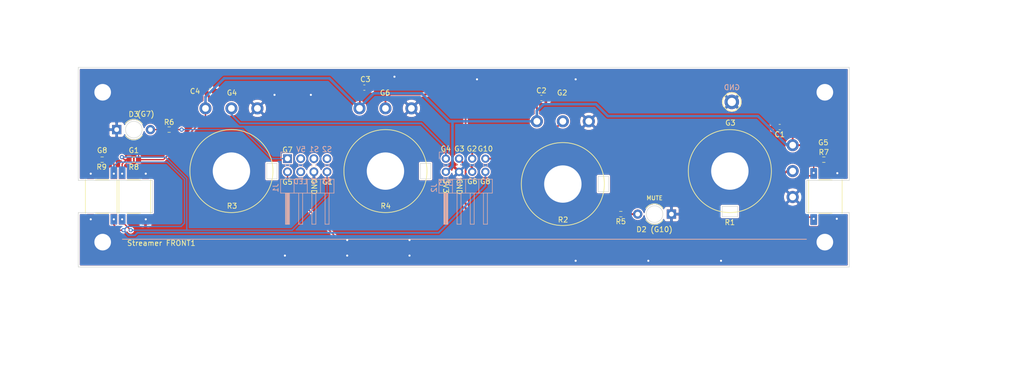
<source format=kicad_pcb>
(kicad_pcb (version 20211014) (generator pcbnew)
  (layers (0 "F.Cu" signal) (31 "B.Cu" signal) (34 "B.Paste" user) (35 "F.Paste" user) (36 "B.SilkS" user "B.Silkscreen") (37 "F.SilkS" user "F.Silkscreen") (38 "B.Mask" user) (39 "F.Mask" user) (44 "Edge.Cuts" user))
  (net 0 "")
  (net 1 "GND")
  (net 2 "Net-(D2-Pad2)")
  (net 3 "Net-(D3-Pad2)")
  (net 4 "VDD")
  (net 5 "5V")
  (net 6 "GPIO5_MUTE")
  (net 7 "Net-(J1-Pad4)")
  (net 8 "Net-(J1-Pad5)")
  (net 9 "Net-(J1-Pad7)")
  (net 10 "GPIO1_COMP")
  (net 11 "GPIO4_BASS")
  (net 12 "GPIO3_VOL")
  (net 13 "GPIO2_BAL")
  (net 14 "GPIO6_TREBLE")
  (net 15 "GPIO10\\LED_MUTE")
  (net 16 "GPIO8_SBASS")
  (net 17 "GPIO7\\LED_COMP")
  (footprint "LED_THT:LED_D3.0mm" (layer "F.Cu") (at 174.45 92 180)
    (fp_text reference "D2 (G10)" (at 1.27 -2.96) (layer "F.SilkS"))
    (fp_text value "LED")
    (fp_line (start -0.29 -1.236) (end -0.29 -1.08) (layer "F.SilkS") (width 0.12))
    (fp_line (start -0.29 1.08) (end -0.29 1.236) (layer "F.SilkS") (width 0.12))
    (fp_arc (start 2.942335 1.078608) (mid 1.366487 1.987659) (end -0.29 1.235516) (layer "F.SilkS") (width 0.12))
    (fp_arc (start -0.29 -1.235516) (mid 1.366487 -1.987659) (end 2.942335 -1.078608) (layer "F.SilkS") (width 0.12))
    (pad "1" thru_hole rect locked (at -2 0 180) (size 1.8 1.8) (drill 0.9) (layers *.Cu *.Mask) (net 1 "GND"))
    (pad "2" thru_hole circle locked (at 4.5 0 180) (size 1.8 1.8) (drill 0.9) (layers *.Cu *.Mask) (net 2 "Net-(D2-Pad2)"))
  )
  (footprint "Resistor_SMD:R_0603_1608Metric_Pad0.98x0.95mm_HandSolder" (layer "F.Cu") (at 166.7 92 180)
    (fp_text reference "R5" (at 0 -1.43) (layer "F.SilkS"))
    (fp_text value "560R")
    (fp_line (start -0.254724 -0.5225) (end 0.254724 -0.5225) (layer "F.SilkS") (width 0.12))
    (fp_line (start -0.254724 0.5225) (end 0.254724 0.5225) (layer "F.SilkS") (width 0.12))
    (pad "1" smd roundrect locked (at -0.9125 0 180) (size 0.975 0.95) (layers "F.Cu" "F.Paste" "F.Mask") (net 2 "Net-(D2-Pad2)"))
    (pad "2" smd roundrect locked (at 0.9125 0 180) (size 0.975 0.95) (layers "F.Cu" "F.Paste" "F.Mask") (net 15 "GPIO10\\LED_MUTE"))
  )
  (footprint "Capacitor_SMD:C_0603_1608Metric_Pad1.08x0.95mm_HandSolder" (layer "F.Cu") (at 197.3 75.2 180)
    (fp_text reference "C1" (at 0 -1.43) (layer "F.SilkS"))
    (fp_text value "0.1")
    (fp_line (start -0.146267 0.51) (end 0.146267 0.51) (layer "F.SilkS") (width 0.12))
    (fp_line (start -0.146267 -0.51) (end 0.146267 -0.51) (layer "F.SilkS") (width 0.12))
    (pad "1" smd roundrect locked (at -0.8625 0 180) (size 1.075 0.95) (layers "F.Cu" "F.Paste" "F.Mask") (net 4 "VDD"))
    (pad "2" smd roundrect locked (at 0.8625 0 180) (size 1.075 0.95) (layers "F.Cu" "F.Paste" "F.Mask") (net 1 "GND"))
  )
  (footprint "Capacitor_SMD:C_0603_1608Metric_Pad1.08x0.95mm_HandSolder" (layer "F.Cu") (at 151.4 69.6)
    (fp_text reference "C2" (at 0 -1.43 180) (layer "F.SilkS"))
    (fp_text value "0.1")
    (fp_line (start -0.146267 0.51) (end 0.146267 0.51) (layer "F.SilkS") (width 0.12))
    (fp_line (start -0.146267 -0.51) (end 0.146267 -0.51) (layer "F.SilkS") (width 0.12))
    (pad "1" smd roundrect locked (at -0.8625 0) (size 1.075 0.95) (layers "F.Cu" "F.Paste" "F.Mask") (net 4 "VDD"))
    (pad "2" smd roundrect locked (at 0.8625 0) (size 1.075 0.95) (layers "F.Cu" "F.Paste" "F.Mask") (net 1 "GND"))
  )
  (footprint "Capacitor_SMD:C_0603_1608Metric_Pad1.08x0.95mm_HandSolder" (layer "F.Cu") (at 117.3 67.6)
    (fp_text reference "C3" (at 0.2 -1.6) (layer "F.SilkS"))
    (fp_text value "0.1")
    (fp_line (start -0.146267 0.51) (end 0.146267 0.51) (layer "F.SilkS") (width 0.12))
    (fp_line (start -0.146267 -0.51) (end 0.146267 -0.51) (layer "F.SilkS") (width 0.12))
    (pad "1" smd roundrect locked (at -0.8625 0) (size 1.075 0.95) (layers "F.Cu" "F.Paste" "F.Mask") (net 4 "VDD"))
    (pad "2" smd roundrect locked (at 0.8625 0) (size 1.075 0.95) (layers "F.Cu" "F.Paste" "F.Mask") (net 1 "GND"))
  )
  (footprint "Capacitor_SMD:C_0603_1608Metric_Pad1.08x0.95mm_HandSolder" (layer "F.Cu") (at 87.6 68.3)
    (fp_text reference "C4" (at -2.9 0) (layer "F.SilkS"))
    (fp_text value "0.1")
    (fp_line (start -0.146267 0.51) (end 0.146267 0.51) (layer "F.SilkS") (width 0.12))
    (fp_line (start -0.146267 -0.51) (end 0.146267 -0.51) (layer "F.SilkS") (width 0.12))
    (pad "1" smd roundrect locked (at -0.8625 0) (size 1.075 0.95) (layers "F.Cu" "F.Paste" "F.Mask") (net 4 "VDD"))
    (pad "2" smd roundrect locked (at 0.8625 0) (size 1.075 0.95) (layers "F.Cu" "F.Paste" "F.Mask") (net 1 "GND"))
  )
  (footprint "Potentiometer_THT:Potentiometer_Piher_PC-16_Single_Vertical" (layer "F.Cu") (at 187.7 83.7 180)
    (fp_text reference "R1" (at 0 -9.9) (layer "F.SilkS"))
    (fp_text value "R_POT_TRIM")
    (fp_circle (center 0 0) (end 0 -8) (layer "F.SilkS") (width 0.15) (fill none))
    (pad "1" thru_hole circle locked (at -12.1 5 180) (size 2.34 2.34) (drill 1.3) (layers *.Cu *.Mask) (net 4 "VDD"))
    (pad "2" thru_hole circle locked (at -12.1 0 180) (size 2.34 2.34) (drill 1.3) (layers *.Cu *.Mask) (net 12 "GPIO3_VOL"))
    (pad "3" thru_hole circle locked (at -12.1 -5 180) (size 2.34 2.34) (drill 1.3) (layers *.Cu *.Mask) (net 1 "GND"))
    (pad "3" thru_hole circle locked (at 0 0 180) (size 11 11) (drill 7.2) (layers *.Cu *.Mask) (net 1 "GND"))
  )
  (footprint "Potentiometer_THT:Potentiometer_Piher_PC-16_Single_Vertical" (layer "F.Cu") (at 155.533332 86.2 -90)
    (fp_text reference "R2" (at 6.891 -0.041668 180) (layer "F.SilkS"))
    (fp_text value "R_POT_TRIM")
    (fp_circle (center 0 0) (end 0 -8) (layer "F.SilkS") (width 0.15) (fill none))
    (pad "1" thru_hole circle locked (at -12.1 5 270) (size 2.34 2.34) (drill 1.3) (layers *.Cu *.Mask) (net 4 "VDD"))
    (pad "2" thru_hole circle locked (at -12.1 0 270) (size 2.34 2.34) (drill 1.3) (layers *.Cu *.Mask) (net 13 "GPIO2_BAL"))
    (pad "3" thru_hole circle locked (at -12.1 -5 270) (size 2.34 2.34) (drill 1.3) (layers *.Cu *.Mask) (net 1 "GND"))
    (pad "3" thru_hole circle locked (at 0 0 270) (size 11 11) (drill 7.2) (layers *.Cu *.Mask) (net 1 "GND"))
  )
  (footprint "Potentiometer_THT:Potentiometer_Piher_PC-16_Single_Vertical" (layer "F.Cu") (at 91.7 83.7 -90)
    (fp_text reference "R3" (at 6.724 -0.121 180) (layer "F.SilkS"))
    (fp_text value "R_POT_TRIM")
    (fp_circle (center 0 0) (end 8 0) (layer "F.SilkS") (width 0.15) (fill none))
    (pad "1" thru_hole circle locked (at -12.1 5 270) (size 2.34 2.34) (drill 1.3) (layers *.Cu *.Mask) (net 4 "VDD"))
    (pad "2" thru_hole circle locked (at -12.1 0 270) (size 2.34 2.34) (drill 1.3) (layers *.Cu *.Mask) (net 11 "GPIO4_BASS"))
    (pad "3" thru_hole circle locked (at -12.1 -5 270) (size 2.34 2.34) (drill 1.3) (layers *.Cu *.Mask) (net 1 "GND"))
    (pad "3" thru_hole circle locked (at 0 0 270) (size 11 11) (drill 7.2) (layers *.Cu *.Mask) (net 1 "GND"))
  )
  (footprint "Potentiometer_THT:Potentiometer_Piher_PC-16_Single_Vertical" (layer "F.Cu") (at 121.366666 83.7 -90)
    (fp_text reference "R4" (at 6.724 -0.045334) (layer "F.SilkS"))
    (fp_text value "R_POT_TRIM")
    (fp_circle (center 0 0) (end 8 0) (layer "F.SilkS") (width 0.15) (fill none))
    (pad "1" thru_hole circle locked (at -12.1 5 270) (size 2.34 2.34) (drill 1.3) (layers *.Cu *.Mask) (net 4 "VDD"))
    (pad "2" thru_hole circle locked (at -12.1 0 270) (size 2.34 2.34) (drill 1.3) (layers *.Cu *.Mask) (net 14 "GPIO6_TREBLE"))
    (pad "3" thru_hole circle locked (at 0 0 270) (size 11 11) (drill 7.2) (layers *.Cu *.Mask) (net 1 "GND"))
    (pad "3" thru_hole circle locked (at -12.1 -5 270) (size 2.34 2.34) (drill 1.3) (layers *.Cu *.Mask) (net 1 "GND"))
  )
  (footprint "TestPoint:TestPoint_Keystone_5005-5009_Compact" (layer "F.Cu") (at 188.075 70.358)
    (fp_text reference "REF**" hide)
    (fp_text value "TestPoint_Keystone_5005-5009_Compact")
    (fp_circle (center 0 0) (end 1.75 0) (layer "F.SilkS") (width 0.15) (fill none))
    (pad "1" thru_hole circle locked (at 0 0) (size 2.8 2.8) (drill 1.6) (layers *.Cu *.Mask) (net 1 "GND"))
  )
  (footprint "Buttons_Switches_SMD:SW_SPST_PTS645" (layer "F.Cu") (at 72.9 88.6 -90)
    (fp_text reference "SW2" hide)
    (fp_text value "SW_Push_Dual")
    (fp_line (start 3.23 -1.3) (end 3.23 1.3) (layer "F.SilkS") (width 0.12))
    (fp_line (start -3.23 -1.3) (end -3.23 1.3) (layer "F.SilkS") (width 0.12))
    (fp_line (start -3.23 -3.23) (end 3.23 -3.23) (layer "F.SilkS") (width 0.12))
    (fp_line (start -3.23 -3.2) (end -3.23 -3.23) (layer "F.SilkS") (width 0.12))
    (fp_line (start -3.23 3.23) (end -3.23 3.2) (layer "F.SilkS") (width 0.12))
    (fp_line (start 3.23 3.23) (end 3.23 3.2) (layer "F.SilkS") (width 0.12))
    (fp_line (start 3.23 -3.23) (end 3.23 -3.2) (layer "F.SilkS") (width 0.12))
    (fp_line (start -3.23 3.23) (end 3.23 3.23) (layer "F.SilkS") (width 0.12))
    (pad "1" smd rect locked (at 4.43 -2.25 270) (size 2 1.3) (layers "F.Cu" "F.Paste" "F.Mask") (net 1 "GND"))
    (pad "1" smd rect locked (at -4.38 -2.25 270) (size 2 1.3) (layers "F.Cu" "F.Paste" "F.Mask") (net 1 "GND"))
    (pad "2" smd rect locked (at -4.38 2.25 270) (size 2 1.3) (layers "F.Cu" "F.Paste" "F.Mask") (net 10 "GPIO1_COMP"))
    (pad "2" smd rect locked (at 4.43 2.25 270) (size 2 1.3) (layers "F.Cu" "F.Paste" "F.Mask") (net 10 "GPIO1_COMP"))
  )
  (footprint "Buttons_Switches_SMD:SW_SPST_PTS645" (layer "F.Cu") (at 66.8 88.6 90)
    (fp_text reference "SW3" hide)
    (fp_text value "SW_Push_Dual")
    (fp_line (start 3.23 3.23) (end 3.23 3.2) (layer "F.SilkS") (width 0.12))
    (fp_line (start -3.23 -3.23) (end 3.23 -3.23) (layer "F.SilkS") (width 0.12))
    (fp_line (start 3.23 -3.23) (end 3.23 -3.2) (layer "F.SilkS") (width 0.12))
    (fp_line (start -3.23 -1.3) (end -3.23 1.3) (layer "F.SilkS") (width 0.12))
    (fp_line (start -3.23 3.23) (end 3.23 3.23) (layer "F.SilkS") (width 0.12))
    (fp_line (start -3.23 -3.2) (end -3.23 -3.23) (layer "F.SilkS") (width 0.12))
    (fp_line (start -3.23 3.23) (end -3.23 3.2) (layer "F.SilkS") (width 0.12))
    (fp_line (start 3.23 -1.3) (end 3.23 1.3) (layer "F.SilkS") (width 0.12))
    (pad "1" smd rect locked (at -4.38 -2.25 90) (size 2 1.3) (layers "F.Cu" "F.Paste" "F.Mask") (net 1 "GND"))
    (pad "1" smd rect locked (at 4.38 -2.25 90) (size 2 1.3) (layers "F.Cu" "F.Paste" "F.Mask") (net 1 "GND"))
    (pad "2" smd rect locked (at -4.38 2.25 90) (size 2 1.3) (layers "F.Cu" "F.Paste" "F.Mask") (net 16 "GPIO8_SBASS"))
    (pad "2" smd rect locked (at 4.38 2.25 90) (size 2 1.3) (layers "F.Cu" "F.Paste" "F.Mask") (net 16 "GPIO8_SBASS"))
  )
  (footprint "Resistor_SMD:R_0603_1608Metric_Pad0.98x0.95mm_HandSolder" (layer "F.Cu") (at 205.8 81.5)
    (fp_text reference "R7" (at 0 -1.43) (layer "F.SilkS"))
    (fp_text value "10k")
    (fp_line (start -0.254724 0.5225) (end 0.254724 0.5225) (layer "F.SilkS") (width 0.12))
    (fp_line (start -0.254724 -0.5225) (end 0.254724 -0.5225) (layer "F.SilkS") (width 0.12))
    (pad "1" smd roundrect locked (at -0.9125 0) (size 0.975 0.95) (layers "F.Cu" "F.Paste" "F.Mask") (net 6 "GPIO5_MUTE"))
    (pad "2" smd roundrect locked (at 0.9125 0) (size 0.975 0.95) (layers "F.Cu" "F.Paste" "F.Mask") (net 4 "VDD"))
  )
  (footprint "Resistor_SMD:R_0603_1608Metric_Pad0.98x0.95mm_HandSolder" (layer "F.Cu") (at 72.9 81.5 180)
    (fp_text reference "R8" (at 0 -1.43) (layer "F.SilkS"))
    (fp_text value "10k")
    (fp_line (start -0.254724 0.5225) (end 0.254724 0.5225) (layer "F.SilkS") (width 0.12))
    (fp_line (start -0.254724 -0.5225) (end 0.254724 -0.5225) (layer "F.SilkS") (width 0.12))
    (pad "1" smd roundrect locked (at -0.9125 0 180) (size 0.975 0.95) (layers "F.Cu" "F.Paste" "F.Mask") (net 4 "VDD"))
    (pad "2" smd roundrect locked (at 0.9125 0 180) (size 0.975 0.95) (layers "F.Cu" "F.Paste" "F.Mask") (net 10 "GPIO1_COMP"))
  )
  (footprint "Resistor_SMD:R_0603_1608Metric_Pad0.98x0.95mm_HandSolder" (layer "F.Cu") (at 66.8 81.5)
    (fp_text reference "R9" (at -0.1 1.4) (layer "F.SilkS"))
    (fp_text value "10k")
    (fp_line (start -0.254724 -0.5225) (end 0.254724 -0.5225) (layer "F.SilkS") (width 0.12))
    (fp_line (start -0.254724 0.5225) (end 0.254724 0.5225) (layer "F.SilkS") (width 0.12))
    (pad "1" smd roundrect locked (at -0.9125 0) (size 0.975 0.95) (layers "F.Cu" "F.Paste" "F.Mask") (net 4 "VDD"))
    (pad "2" smd roundrect locked (at 0.9125 0) (size 0.975 0.95) (layers "F.Cu" "F.Paste" "F.Mask") (net 16 "GPIO8_SBASS"))
  )
  (footprint "Buttons_Switches_SMD:SW_SPST_PTS645" (layer "F.Cu") (at 206.1 88.6 -90)
    (fp_text reference "SW1" hide)
    (fp_text value "SW_Push_Dual")
    (fp_line (start -3.23 -3.2) (end -3.23 -3.23) (layer "F.SilkS") (width 0.12))
    (fp_line (start 3.23 -3.23) (end 3.23 -3.2) (layer "F.SilkS") (width 0.12))
    (fp_line (start -3.23 -1.3) (end -3.23 1.3) (layer "F.SilkS") (width 0.12))
    (fp_line (start 3.23 -1.3) (end 3.23 1.3) (layer "F.SilkS") (width 0.12))
    (fp_line (start -3.23 -3.23) (end 3.23 -3.23) (layer "F.SilkS") (width 0.12))
    (fp_line (start -3.23 3.23) (end 3.23 3.23) (layer "F.SilkS") (width 0.12))
    (fp_line (start -3.23 3.23) (end -3.23 3.2) (layer "F.SilkS") (width 0.12))
    (fp_line (start 3.23 3.23) (end 3.23 3.2) (layer "F.SilkS") (width 0.12))
    (pad "1" smd rect locked (at 4.45 -2.25 270) (size 2 1.3) (layers "F.Cu" "F.Paste" "F.Mask") (net 1 "GND"))
    (pad "1" smd rect locked (at -4.45 -2.25 270) (size 2 1.3) (layers "F.Cu" "F.Paste" "F.Mask") (net 1 "GND"))
    (pad "2" smd rect locked (at -4.45 2.25 270) (size 2 1.3) (layers "F.Cu" "F.Paste" "F.Mask") (net 6 "GPIO5_MUTE"))
    (pad "2" smd rect locked (at 4.45 2.25 270) (size 2 1.3) (layers "F.Cu" "F.Paste" "F.Mask") (net 6 "GPIO5_MUTE"))
  )
  (footprint "Resistor_SMD:R_0603_1608Metric_Pad0.98x0.95mm_HandSolder" (layer "F.Cu") (at 79.7 75.7)
    (fp_text reference "R6" (at 0 -1.43) (layer "F.SilkS"))
    (fp_text value "560R")
    (fp_line (start -0.254724 -0.5225) (end 0.254724 -0.5225) (layer "F.SilkS") (width 0.12))
    (fp_line (start -0.254724 0.5225) (end 0.254724 0.5225) (layer "F.SilkS") (width 0.12))
    (pad "1" smd roundrect locked (at -0.9125 0) (size 0.975 0.95) (layers "F.Cu" "F.Paste" "F.Mask") (net 3 "Net-(D3-Pad2)"))
    (pad "2" smd roundrect locked (at 0.9125 0) (size 0.975 0.95) (layers "F.Cu" "F.Paste" "F.Mask") (net 17 "GPIO7\\LED_COMP"))
  )
  (footprint "LED_THT:LED_D3.0mm" (layer "F.Cu") (at 71.6 75.7)
    (fp_text reference "D3" (at 1.27 -2.96) (layer "F.SilkS"))
    (fp_text value "LED")
    (fp_line (start -0.29 -1.236) (end -0.29 -1.08) (layer "F.SilkS") (width 0.12))
    (fp_line (start -0.29 1.08) (end -0.29 1.236) (layer "F.SilkS") (width 0.12))
    (fp_arc (start -0.29 -1.235516) (mid 1.366487 -1.987659) (end 2.942335 -1.078608) (layer "F.SilkS") (width 0.12))
    (fp_arc (start 2.942335 1.078608) (mid 1.366487 1.987659) (end -0.29 1.235516) (layer "F.SilkS") (width 0.12))
    (pad "1" thru_hole rect locked (at -2 0) (size 1.8 1.8) (drill 0.9) (layers *.Cu *.Mask) (net 1 "GND"))
    (pad "2" thru_hole circle locked (at 4.5 0) (size 1.8 1.8) (drill 0.9) (layers *.Cu *.Mask) (net 3 "Net-(D3-Pad2)"))
  )
  (footprint "MountingHole:MountingHole_3.2mm_M3" (layer "B.Cu") (at 206 97.4)
    (fp_text reference "REF**" hide)
    (fp_text value "MountingHole_3.2mm_M3" hide)
    (pad "1" thru_hole circle locked (at 0 0) (size 4.5 4.5) (drill 3.2) (layers *.Cu *.Mask) (net 1 "GND"))
  )
  (footprint "MountingHole:MountingHole_3.2mm_M3" (layer "B.Cu") (at 206 68.5)
    (fp_text reference "REF**" hide)
    (fp_text value "MountingHole_3.2mm_M3" hide)
    (pad "1" thru_hole circle locked (at 0 0) (size 4.5 4.5) (drill 3.2) (layers *.Cu *.Mask) (net 1 "GND"))
  )
  (footprint "MountingHole:MountingHole_3.2mm_M3" (layer "B.Cu") (at 66.9 97.4)
    (fp_text reference "REF**" hide)
    (fp_text value "MountingHole_3.2mm_M3" hide)
    (pad "1" thru_hole circle locked (at 0 0) (size 4.5 4.5) (drill 3.2) (layers *.Cu *.Mask) (net 1 "GND"))
  )
  (footprint "Connector_PinHeader_2.54mm:PinHeader_2x04_P2.54mm_Horizontal" (layer "B.Cu") (at 133 81.3 -90)
    (fp_text reference "J2" (at 5.655 2.27 90) (layer "B.SilkS") (effects (justify mirror)))
    (fp_text value "Conn_02x04_Odd_Even")
    (fp_line (start 3.582929 -2.16) (end 3.98 -2.16) (layer "B.SilkS") (width 0.12))
    (fp_line (start 6.64 -2.16) (end 12.64 -2.16) (layer "B.SilkS") (width 0.12))
    (fp_line (start 6.64 -0.04) (end 12.64 -0.04) (layer "B.SilkS") (width 0.12))
    (fp_line (start 1.11 -0.38) (end 1.497071 -0.38) (layer "B.SilkS") (width 0.12))
    (fp_line (start 6.64 0.38) (end 12.64 0.38) (layer "B.SilkS") (width 0.12))
    (fp_line (start 6.64 -0.16) (end 12.64 -0.16) (layer "B.SilkS") (width 0.12))
    (fp_line (start 1.11 0.38) (end 1.497071 0.38) (layer "B.SilkS") (width 0.12))
    (fp_line (start 12.64 -7.24) (end 12.64 -8) (layer "B.SilkS") (width 0.12))
    (fp_line (start 3.582929 -8) (end 3.98 -8) (layer "B.SilkS") (width 0.12))
    (fp_line (start 1.042929 -2.16) (end 1.497071 -2.16) (layer "B.SilkS") (width 0.12))
    (fp_line (start 12.64 -5.46) (end 6.64 -5.46) (layer "B.SilkS") (width 0.12))
    (fp_line (start 1.042929 -7.24) (end 1.497071 -7.24) (layer "B.SilkS") (width 0.12))
    (fp_line (start 12.64 -2.16) (end 12.64 -2.92) (layer "B.SilkS") (width 0.12))
    (fp_line (start 12.64 -8) (end 6.64 -8) (layer "B.SilkS") (width 0.12))
    (fp_line (start 12.64 0.38) (end 12.64 -0.38) (layer "B.SilkS") (width 0.12))
    (fp_line (start 3.98 -3.81) (end 6.64 -3.81) (layer "B.SilkS") (width 0.12))
    (fp_line (start 1.042929 -4.7) (end 1.497071 -4.7) (layer "B.SilkS") (width 0.12))
    (fp_line (start 3.98 -8.95) (end 6.64 -8.95) (layer "B.SilkS") (width 0.12))
    (fp_line (start 3.582929 -5.46) (end 3.98 -5.46) (layer "B.SilkS") (width 0.12))
    (fp_line (start 3.98 1.33) (end 3.98 -8.95) (layer "B.SilkS") (width 0.12))
    (fp_line (start 6.64 0.08) (end 12.64 0.08) (layer "B.SilkS") (width 0.12))
    (fp_line (start 6.64 1.33) (end 3.98 1.33) (layer "B.SilkS") (width 0.12))
    (fp_line (start 6.64 -7.24) (end 12.64 -7.24) (layer "B.SilkS") (width 0.12))
    (fp_line (start 1.042929 -5.46) (end 1.497071 -5.46) (layer "B.SilkS") (width 0.12))
    (fp_line (start 6.64 0.2) (end 12.64 0.2) (layer "B.SilkS") (width 0.12))
    (fp_line (start 3.98 -6.35) (end 6.64 -6.35) (layer "B.SilkS") (width 0.12))
    (fp_line (start -1.27 1.27) (end 0 1.27) (layer "B.SilkS") (width 0.12))
    (fp_line (start 3.582929 -0.38) (end 3.98 -0.38) (layer "B.SilkS") (width 0.12))
    (fp_line (start 1.042929 -2.92) (end 1.497071 -2.92) (layer "B.SilkS") (width 0.12))
    (fp_line (start -1.27 0) (end -1.27 1.27) (layer "B.SilkS") (width 0.12))
    (fp_line (start 12.64 -4.7) (end 12.64 -5.46) (layer "B.SilkS") (width 0.12))
    (fp_line (start 3.582929 -2.92) (end 3.98 -2.92) (layer "B.SilkS") (width 0.12))
    (fp_line (start 6.64 -4.7) (end 12.64 -4.7) (layer "B.SilkS") (width 0.12))
    (fp_line (start 6.64 -8.95) (end 6.64 1.33) (layer "B.SilkS") (width 0.12))
    (fp_line (start 1.042929 -8) (end 1.497071 -8) (layer "B.SilkS") (width 0.12))
    (fp_line (start 3.582929 -7.24) (end 3.98 -7.24) (layer "B.SilkS") (width 0.12))
    (fp_line (start 3.582929 0.38) (end 3.98 0.38) (layer "B.SilkS") (width 0.12))
    (fp_line (start 6.64 -0.28) (end 12.64 -0.28) (layer "B.SilkS") (width 0.12))
    (fp_line (start 12.64 -2.92) (end 6.64 -2.92) (layer "B.SilkS") (width 0.12))
    (fp_line (start 3.582929 -4.7) (end 3.98 -4.7) (layer "B.SilkS") (width 0.12))
    (fp_line (start 12.64 -0.38) (end 6.64 -0.38) (layer "B.SilkS") (width 0.12))
    (fp_line (start 6.64 0.32) (end 12.64 0.32) (layer "B.SilkS") (width 0.12))
    (fp_line (start 3.98 -1.27) (end 6.64 -1.27) (layer "B.SilkS") (width 0.12))
    (pad "1" thru_hole circle locked (at 0 0 270) (size 1.6 1.6) (drill 0.9) (layers *.Cu *.Mask) (net 11 "GPIO4_BASS"))
    (pad "2" thru_hole circle locked (at 2.54 0 270) (size 1.6 1.6) (drill 0.9) (layers *.Cu *.Mask) (net 4 "VDD"))
    (pad "3" thru_hole circle locked (at 0 -2.54 270) (size 1.6 1.6) (drill 0.9) (layers *.Cu *.Mask) (net 12 "GPIO3_VOL"))
    (pad "4" thru_hole circle locked (at 2.54 -2.54 270) (size 1.6 1.6) (drill 0.9) (layers *.Cu *.Mask) (net 1 "GND"))
    (pad "5" thru_hole circle locked (at 0 -5.08 270) (size 1.6 1.6) (drill 0.9) (layers *.Cu *.Mask) (net 13 "GPIO2_BAL"))
    (pad "6" thru_hole circle locked (at 2.54 -5.08 270) (size 1.6 1.6) (drill 0.9) (layers *.Cu *.Mask) (net 14 "GPIO6_TREBLE"))
    (pad "7" thru_hole circle locked (at 0 -7.62 270) (size 1.6 1.6) (drill 0.9) (layers *.Cu *.Mask) (net 15 "GPIO10\\LED_MUTE"))
    (pad "8" thru_hole circle locked (at 2.54 -7.62 270) (size 1.6 1.6) (drill 0.9) (layers *.Cu *.Mask) (net 16 "GPIO8_SBASS"))
  )
  (footprint "Connector_PinHeader_2.54mm:PinHeader_2x04_P2.54mm_Horizontal" (layer "B.Cu") (at 102.5 81.3 -90)
    (fp_text reference "J1" (at 5.655 2.27 -90) (layer "B.SilkS") (effects (justify mirror)))
    (fp_text value "Conn_02x04_Odd_Even" hide)
    (fp_line (start 1.042929 -2.16) (end 1.497071 -2.16) (layer "B.SilkS") (width 0.12))
    (fp_line (start 1.042929 -5.46) (end 1.497071 -5.46) (layer "B.SilkS") (width 0.12))
    (fp_line (start 3.582929 -8) (end 3.98 -8) (layer "B.SilkS") (width 0.12))
    (fp_line (start 12.64 -4.7) (end 12.64 -5.46) (layer "B.SilkS") (width 0.12))
    (fp_line (start 12.64 -0.38) (end 6.64 -0.38) (layer "B.SilkS") (width 0.12))
    (fp_line (start 12.64 -5.46) (end 6.64 -5.46) (layer "B.SilkS") (width 0.12))
    (fp_line (start 6.64 0.32) (end 12.64 0.32) (layer "B.SilkS") (width 0.12))
    (fp_line (start 6.64 0.2) (end 12.64 0.2) (layer "B.SilkS") (width 0.12))
    (fp_line (start 1.042929 -2.92) (end 1.497071 -2.92) (layer "B.SilkS") (width 0.12))
    (fp_line (start 1.11 0.38) (end 1.497071 0.38) (layer "B.SilkS") (width 0.12))
    (fp_line (start 3.582929 -4.7) (end 3.98 -4.7) (layer "B.SilkS") (width 0.12))
    (fp_line (start 1.042929 -8) (end 1.497071 -8) (layer "B.SilkS") (width 0.12))
    (fp_line (start 12.64 -2.16) (end 12.64 -2.92) (layer "B.SilkS") (width 0.12))
    (fp_line (start 1.042929 -4.7) (end 1.497071 -4.7) (layer "B.SilkS") (width 0.12))
    (fp_line (start 3.582929 0.38) (end 3.98 0.38) (layer "B.SilkS") (width 0.12))
    (fp_line (start 6.64 -8.95) (end 6.64 1.33) (layer "B.SilkS") (width 0.12))
    (fp_line (start 3.582929 -0.38) (end 3.98 -0.38) (layer "B.SilkS") (width 0.12))
    (fp_line (start 12.64 -7.24) (end 12.64 -8) (layer "B.SilkS") (width 0.12))
    (fp_line (start 12.64 -2.92) (end 6.64 -2.92) (layer "B.SilkS") (width 0.12))
    (fp_line (start 6.64 -7.24) (end 12.64 -7.24) (layer "B.SilkS") (width 0.12))
    (fp_line (start 3.98 1.33) (end 3.98 -8.95) (layer "B.SilkS") (width 0.12))
    (fp_line (start 1.11 -0.38) (end 1.497071 -0.38) (layer "B.SilkS") (width 0.12))
    (fp_line (start 6.64 0.38) (end 12.64 0.38) (layer "B.SilkS") (width 0.12))
    (fp_line (start 6.64 -0.16) (end 12.64 -0.16) (layer "B.SilkS") (width 0.12))
    (fp_line (start 3.582929 -5.46) (end 3.98 -5.46) (layer "B.SilkS") (width 0.12))
    (fp_line (start 6.64 -0.28) (end 12.64 -0.28) (layer "B.SilkS") (width 0.12))
    (fp_line (start 1.042929 -7.24) (end 1.497071 -7.24) (layer "B.SilkS") (width 0.12))
    (fp_line (start 3.582929 -2.16) (end 3.98 -2.16) (layer "B.SilkS") (width 0.12))
    (fp_line (start 3.98 -6.35) (end 6.64 -6.35) (layer "B.SilkS") (width 0.12))
    (fp_line (start 6.64 -0.04) (end 12.64 -0.04) (layer "B.SilkS") (width 0.12))
    (fp_line (start 3.582929 -7.24) (end 3.98 -7.24) (layer "B.SilkS") (width 0.12))
    (fp_line (start 3.98 -3.81) (end 6.64 -3.81) (layer "B.SilkS") (width 0.12))
    (fp_line (start 3.98 -1.27) (end 6.64 -1.27) (layer "B.SilkS") (width 0.12))
    (fp_line (start 6.64 1.33) (end 3.98 1.33) (layer "B.SilkS") (width 0.12))
    (fp_line (start 6.64 0.08) (end 12.64 0.08) (layer "B.SilkS") (width 0.12))
    (fp_line (start 12.64 -8) (end 6.64 -8) (layer "B.SilkS") (width 0.12))
    (fp_line (start 3.98 -8.95) (end 6.64 -8.95) (layer "B.SilkS") (width 0.12))
    (fp_line (start 6.64 -2.16) (end 12.64 -2.16) (layer "B.SilkS") (width 0.12))
    (fp_line (start -1.27 0) (end -1.27 1.27) (layer "B.SilkS") (width 0.12))
    (fp_line (start 12.64 0.38) (end 12.64 -0.38) (layer "B.SilkS") (width 0.12))
    (fp_line (start 3.582929 -2.92) (end 3.98 -2.92) (layer "B.SilkS") (width 0.12))
    (fp_line (start -1.27 1.27) (end 0 1.27) (layer "B.SilkS") (width 0.12))
    (fp_line (start 6.64 -4.7) (end 12.64 -4.7) (layer "B.SilkS") (width 0.12))
    (pad "1" thru_hole rect locked (at 0 0 270) (size 1.7 1.7) (drill 1) (layers *.Cu *.Mask) (net 17 "GPIO7\\LED_COMP"))
    (pad "2" thru_hole oval locked (at 2.54 0 270) (size 1.7 1.7) (drill 1) (layers *.Cu *.Mask) (net 6 "GPIO5_MUTE"))
    (pad "3" thru_hole oval locked (at 0 -2.54 270) (size 1.7 1.7) (drill 1) (layers *.Cu *.Mask) (net 5 "5V"))
    (pad "4" thru_hole oval locked (at 2.54 -2.54 270) (size 1.7 1.7) (drill 1) (layers *.Cu *.Mask) (net 7 "Net-(J1-Pad4)"))
    (pad "5" thru_hole oval locked (at 0 -5.08 270) (size 1.7 1.7) (drill 1) (layers *.Cu *.Mask) (net 8 "Net-(J1-Pad5)"))
    (pad "6" thru_hole oval locked (at 2.54 -5.08 270) (size 1.7 1.7) (drill 1) (layers *.Cu *.Mask) (net 1 "GND"))
    (pad "7" thru_hole oval locked (at 0 -7.62 270) (size 1.7 1.7) (drill 1) (layers *.Cu *.Mask) (net 9 "Net-(J1-Pad7)"))
    (pad "8" thru_hole oval locked (at 2.54 -7.62 270) (size 1.7 1.7) (drill 1) (layers *.Cu *.Mask) (net 10 "GPIO1_COMP"))
  )
  (footprint "MountingHole:MountingHole_3.2mm_M3" (layer "B.Cu") (at 66.9 68.5)
    (fp_text reference "REF**" hide)
    (fp_text value "MountingHole_3.2mm_M3" hide)
    (pad "1" thru_hole circle locked (at 0 0) (size 4.5 4.5) (drill 3.2) (layers *.Cu *.Mask) (net 1 "GND"))
  )
  (gr_line (start 202.45 96.85) (end 70.7 96.85) (layer "B.SilkS") (width 0.15))
  (gr_circle (center 173.2 92) (end 174.8 92) (layer "Edge.Cuts") (width 0.1) (fill none))
  (gr_line (start 62.2 102.2) (end 210.7 102.2) (layer "Edge.Cuts") (width 0.1))
  (gr_line (start 98.5 85.2) (end 98.5 82.2) (layer "Edge.Cuts") (width 0.1))
  (gr_line (start 189.2 92.5) (end 186.2 92.5) (layer "Edge.Cuts") (width 0.1))
  (gr_line (start 162.34 87.7) (end 162.34 84.7) (layer "Edge.Cuts") (width 0.1))
  (gr_line (start 130.1 82.2) (end 130.1 85.2) (layer "Edge.Cuts") (width 0.1))
  (gr_line (start 128.1 82.2) (end 130.1 82.2) (layer "Edge.Cuts") (width 0.1))
  (gr_line (start 130.1 85.2) (end 128.1 85.2) (layer "Edge.Cuts") (width 0.1))
  (gr_line (start 128.1 82.2) (end 128.1 85.2) (layer "Edge.Cuts") (width 0.1))
  (gr_line (start 76.5 85.5) (end 76.5 91.7) (layer "Edge.Cuts") (width 0.1))
  (gr_line (start 76.4 85.5) (end 76.5 85.5) (layer "Edge.Cuts") (width 0.1))
  (gr_line (start 76.4 91.7) (end 76.5 91.7) (layer "Edge.Cuts") (width 0.1))
  (gr_line (start 62.2 85.5) (end 62.2 63.7) (layer "Edge.Cuts") (width 0.1))
  (gr_line (start 62.2 91.7) (end 62.2 102.2) (layer "Edge.Cuts") (width 0.1))
  (gr_line (start 210.7 91.7) (end 210.7 102.2) (layer "Edge.Cuts") (width 0.1))
  (gr_line (start 210.7 85.5) (end 209.5 85.5) (layer "Edge.Cuts") (width 0.1))
  (gr_line (start 162.34 84.7) (end 164.34 84.7) (layer "Edge.Cuts") (width 0.1))
  (gr_circle (center 72.9 75.7) (end 74.5 75.7) (layer "Edge.Cuts") (width 0.1) (fill none))
  (gr_line (start 62.2 85.5) (end 76.4 85.5) (layer "Edge.Cuts") (width 0.1))
  (gr_line (start 189.2 90.5) (end 189.2 92.5) (layer "Edge.Cuts") (width 0.1))
  (gr_line (start 76.4 91.7) (end 62.2 91.7) (layer "Edge.Cuts") (width 0.1))
  (gr_line (start 210.7 63.7) (end 210.7 85.5) (layer "Edge.Cuts") (width 0.1))
  (gr_line (start 209.5 85.5) (end 202.5 85.5) (layer "Edge.Cuts") (width 0.1))
  (gr_line (start 98.5 82.2) (end 100.5 82.2) (layer "Edge.Cuts") (width 0.1))
  (gr_line (start 100.5 85.2) (end 98.5 85.2) (layer "Edge.Cuts") (width 0.1))
  (gr_line (start 210.7 63.7) (end 62.2 63.7) (layer "Edge.Cuts") (width 0.1))
  (gr_line (start 164.34 87.7) (end 162.34 87.7) (layer "Edge.Cuts") (width 0.1))
  (gr_line (start 202.5 91.7) (end 210.7 91.7) (layer "Edge.Cuts") (width 0.1))
  (gr_line (start 186.2 90.5) (end 189.2 90.5) (layer "Edge.Cuts") (width 0.1))
  (gr_line (start 202.5 85.5) (end 202.5 91.7) (layer "Edge.Cuts") (width 0.1))
  (gr_line (start 164.34 84.7) (end 164.34 87.7) (layer "Edge.Cuts") (width 0.1))
  (gr_line (start 100.5 82.2) (end 100.5 85.2) (layer "Edge.Cuts") (width 0.1))
  (gr_line (start 186.2 92.5) (end 186.2 90.5) (layer "Edge.Cuts") (width 0.1))
  (gr_text "G" (at 107.6 85.7) (layer "B.SilkS") (effects (font (size 1 1)) (justify mirror)))
  (gr_text "G" (at 135.5 86) (layer "B.SilkS") (effects (font (size 1 1)) (justify mirror)))
  (gr_text "S2" (at 110.1 79.5) (layer "B.SilkS") (effects (font (size 1 1)) (justify mirror)))
  (gr_text "S3" (at 110.1 85.7) (layer "B.SilkS") (effects (font (size 1 1)) (justify mirror)))
  (gr_text "LED" (at 105 85.7) (layer "B.SilkS") (effects (font (size 1 1)) (justify mirror)))
  (gr_text "3V3" (at 133 86) (layer "B.SilkS") (effects (font (size 1 1)) (justify mirror)))
  (gr_text "GND" (at 188.087 67.564) (layer "B.SilkS") (effects (font (size 1 1)) (justify mirror)))
  (gr_text "5V" (at 105.1 79.5) (layer "B.SilkS") (effects (font (size 1 1)) (justify mirror)))
  (gr_text "S1" (at 107.6 79.5) (layer "B.SilkS") (effects (font (size 1 1)) (justify mirror)))
  (gr_text "MUTE" (at 173.2 88.9) (layer "F.SilkS") (effects (font (size 0.8 0.8))))
  (gr_text "G4" (at 133 79.4) (layer "F.SilkS") (effects (font (size 1 1))))
  (gr_text "G3" (at 135.6 79.4) (layer "F.SilkS") (effects (font (size 1 1))))
  (gr_text "G2" (at 138 79.4) (layer "F.SilkS") (effects (font (size 1 1))))
  (gr_text "G10" (at 140.6 79.4) (layer "F.SilkS") (effects (font (size 1 1))))
  (gr_text "G8" (at 140.6 85.7) (layer "F.SilkS") (effects (font (size 1 1))))
  (gr_text "G6" (at 138.1 85.7) (layer "F.SilkS") (effects (font (size 1 1))))
  (gr_text "G1" (at 110.2 85.8) (layer "F.SilkS") (effects (font (size 1 1))))
  (gr_text "G5" (at 102.5 85.8) (layer "F.SilkS") (effects (font (size 1 1))))
  (gr_text "G7" (at 102.5 79.6) (layer "F.SilkS") (effects (font (size 1 1))))
  (gr_text "GND" (at 107.6 86.7 270) (layer "F.SilkS") (effects (font (size 1 1))))
  (gr_text "GND" (at 135.6 86.7 270) (layer "F.SilkS") (effects (font (size 1 1))))
  (gr_text "3V3" (at 133 86.6 -90) (layer "F.SilkS") (effects (font (size 1 1))))
  (gr_text "Streamer FRONT1" (at 78.2 97.6) (layer "F.SilkS") (effects (font (size 1 1))))
  (gr_text "G2" (at 155.4 68.6) (layer "F.SilkS") (effects (font (size 1 1))))
  (gr_text "(G7)" (at 75.2 72.7) (layer "F.SilkS") (effects (font (size 1 1))))
  (gr_text "G5" (at 205.7 78.2) (layer "F.SilkS") (effects (font (size 1 1))))
  (gr_text "G1" (at 72.9 79.7) (layer "F.SilkS") (effects (font (size 1 1))))
  (gr_text "G3" (at 187.8 74.4) (layer "F.SilkS") (effects (font (size 1 1))))
  (gr_text "G6" (at 121.3 68.6) (layer "F.SilkS") (effects (font (size 1 1))))
  (gr_text "G8" (at 66.8 79.7) (layer "F.SilkS") (effects (font (size 1 1))))
  (gr_text "G4" (at 91.8 68.6) (layer "F.SilkS") (effects (font (size 1 1))))
  (via (at 64.6 93) (size 0.8) (drill 0.4) (layers "F.Cu" "B.Cu") (net 1))
  (via (at 64.6 84.2) (size 0.8) (drill 0.4) (layers "F.Cu" "B.Cu") (net 1))
  (via (at 158 66) (size 0.8) (drill 0.4) (layers "F.Cu" "B.Cu") (net 1))
  (via (at 208.3 92.9) (size 0.8) (drill 0.4) (layers "F.Cu" "B.Cu") (net 1))
  (via (at 107 69) (size 0.8) (drill 0.4) (layers "F.Cu" "B.Cu") (net 1))
  (via (at 126 97) (size 0.8) (drill 0.4) (layers "F.Cu" "B.Cu") (net 1))
  (via (at 186 101) (size 0.8) (drill 0.4) (layers "F.Cu" "B.Cu") (net 1))
  (via (at 158 101) (size 0.8) (drill 0.4) (layers "F.Cu" "B.Cu") (net 1))
  (via (at 100 69) (size 0.8) (drill 0.4) (layers "F.Cu" "B.Cu") (net 1))
  (via (at 114 100) (size 0.8) (drill 0.4) (layers "F.Cu" "B.Cu") (net 1))
  (via (at 75.2 93) (size 0.8) (drill 0.4) (layers "F.Cu" "B.Cu") (net 1))
  (via (at 172 101) (size 0.8) (drill 0.4) (layers "F.Cu" "B.Cu") (net 1))
  (via (at 114 97) (size 0.8) (drill 0.4) (layers "F.Cu" "B.Cu") (net 1))
  (via (at 208.4 84.1) (size 0.8) (drill 0.4) (layers "F.Cu" "B.Cu") (net 1))
  (via (at 123.1 65.5) (size 0.8) (drill 0.4) (layers "F.Cu" "B.Cu") (net 1))
  (via (at 102 100) (size 0.8) (drill 0.4) (layers "F.Cu" "B.Cu") (net 1))
  (via (at 126 100) (size 0.8) (drill 0.4) (layers "F.Cu" "B.Cu") (net 1))
  (via (at 139 66) (size 0.8) (drill 0.4) (layers "F.Cu" "B.Cu") (net 1))
  (via (at 75.2 84.2) (size 0.8) (drill 0.4) (layers "F.Cu" "B.Cu") (net 1))
  (segment (start 167.6125 92) (end 169.95 92) (width 0.35) (layer "F.Cu") (net 2))
  (segment (start 76.1 75.7) (end 78.7875 75.7) (width 0.25) (layer "F.Cu") (net 3))
  (segment (start 150.5375 74.095832) (end 150.533332 74.1) (width 0.35) (layer "F.Cu") (net 4))
  (segment (start 78.6 81.5) (end 86.7 73.4) (width 0.25) (layer "F.Cu") (net 4))
  (segment (start 86.7375 71.5625) (end 86.7 71.6) (width 0.35) (layer "F.Cu") (net 4))
  (segment (start 86.7 73.4) (end 86.7 71.6) (width 0.25) (layer "F.Cu") (net 4))
  (segment (start 116.4375 67.6) (end 116.4375 71.529166) (width 0.35) (layer "F.Cu") (net 4))
  (segment (start 205.2 78.7) (end 199.8 78.7) (width 0.35) (layer "F.Cu") (net 4))
  (segment (start 198.1625 75.2) (end 198.8 75.2) (width 0.35) (layer "F.Cu") (net 4))
  (segment (start 206.7125 81.5) (end 206.7125 80.2125) (width 0.35) (layer "F.Cu") (net 4))
  (segment (start 65.8875 80.9125) (end 67.2 79.6) (width 0.25) (layer "F.Cu") (net 4))
  (segment (start 116.4375 71.529166) (end 116.366666 71.6) (width 0.35) (layer "F.Cu") (net 4))
  (segment (start 199.8 76.2) (end 199.8 78.7) (width 0.35) (layer "F.Cu") (net 4))
  (segment (start 198.8 75.2) (end 199.8 76.2) (width 0.35) (layer "F.Cu") (net 4))
  (segment (start 73.8125 80.3125) (end 73.8125 81.5) (width 0.25) (layer "F.Cu") (net 4))
  (segment (start 65.8875 81.5) (end 65.8875 80.9125) (width 0.25) (layer "F.Cu") (net 4))
  (segment (start 150.5375 69.6) (end 150.5375 74.095832) (width 0.35) (layer "F.Cu") (net 4))
  (segment (start 73.1 79.6) (end 73.8125 80.3125) (width 0.25) (layer "F.Cu") (net 4))
  (segment (start 73.8125 81.5) (end 78.6 81.5) (width 0.25) (layer "F.Cu") (net 4))
  (segment (start 206.7125 80.2125) (end 205.2 78.7) (width 0.35) (layer "F.Cu") (net 4))
  (segment (start 67.2 79.6) (end 73.1 79.6) (width 0.25) (layer "F.Cu") (net 4))
  (segment (start 86.7375 68.3) (end 86.7375 71.5625) (width 0.35) (layer "F.Cu") (net 4))
  (segment (start 161.9 70.8) (end 151.8 70.8) (width 0.5) (layer "B.Cu") (net 4))
  (segment (start 119.1 68.7) (end 128.3 68.7) (width 0.5) (layer "B.Cu") (net 4))
  (segment (start 116.366666 71.433334) (end 119.1 68.7) (width 0.5) (layer "B.Cu") (net 4))
  (segment (start 193.1 73.1) (end 164.2 73.1) (width 0.5) (layer "B.Cu") (net 4))
  (segment (start 110.566666 65.8) (end 116.366666 71.6) (width 0.5) (layer "B.Cu") (net 4))
  (segment (start 128.3 68.7) (end 133.7 74.1) (width 0.5) (layer "B.Cu") (net 4))
  (segment (start 199.8 78.7) (end 198.7 78.7) (width 0.5) (layer "B.Cu") (net 4))
  (segment (start 133.16 83.84) (end 134.275 82.725) (width 0.5) (layer "B.Cu") (net 4))
  (segment (start 151.8 70.8) (end 150.533332 72.066668) (width 0.5) (layer "B.Cu") (net 4))
  (segment (start 133 83.84) (end 133.16 83.84) (width 0.5) (layer "B.Cu") (net 4))
  (segment (start 133.7 74.1) (end 150.533332 74.1) (width 0.5) (layer "B.Cu") (net 4))
  (segment (start 86.7 69.4) (end 90.3 65.8) (width 0.5) (layer "B.Cu") (net 4))
  (segment (start 116.366666 71.6) (end 116.366666 71.433334) (width 0.5) (layer "B.Cu") (net 4))
  (segment (start 198.7 78.7) (end 193.1 73.1) (width 0.5) (layer "B.Cu") (net 4))
  (segment (start 150.533332 72.066668) (end 150.533332 74.1) (width 0.5) (layer "B.Cu") (net 4))
  (segment (start 133 83.84) (end 133.06 83.84) (width 0.5) (layer "B.Cu") (net 4))
  (segment (start 90.3 65.8) (end 110.566666 65.8) (width 0.5) (layer "B.Cu") (net 4))
  (segment (start 86.7 71.6) (end 86.7 69.4) (width 0.5) (layer "B.Cu") (net 4))
  (segment (start 134.275 75.125) (end 134.275 74.1) (width 0.5) (layer "B.Cu") (net 4))
  (segment (start 164.2 73.1) (end 161.9 70.8) (width 0.5) (layer "B.Cu") (net 4))
  (segment (start 134.275 82.725) (end 134.275 75.125) (width 0.5) (layer "B.Cu") (net 4))
  (segment (start 104.9875 81.2475) (end 105.04 81.3) (width 0.35) (layer "B.Cu") (net 5))
  (segment (start 105.0625 81.2775) (end 105.04 81.3) (width 0.5) (layer "B.Cu") (net 5))
  (segment (start 203.85 84.05) (end 203.85 84.62) (width 0.25) (layer "F.Cu") (net 6))
  (segment (start 201.7 92.5) (end 201.78 92.58) (width 0.25) (layer "F.Cu") (net 6))
  (segment (start 201.333186 92.58) (end 201.78 92.58) (width 0.25) (layer "F.Cu") (net 6))
  (segment (start 204.2 81.5) (end 203.85 81.85) (width 0.25) (layer "F.Cu") (net 6))
  (segment (start 201.7 85.1) (end 201.7 91.8) (width 0.25) (layer "F.Cu") (net 6))
  (segment (start 203.85 84.62) (end 202.18 84.62) (width 0.25) (layer "F.Cu") (net 6))
  (segment (start 202.18 84.62) (end 201.7 85.1) (width 0.25) (layer "F.Cu") (net 6))
  (segment (start 102.5 87.1) (end 113.50001 98.10001) (width 0.25) (layer "F.Cu") (net 6))
  (segment (start 201.7 91.8) (end 201.7 92.213186) (width 0.25) (layer "F.Cu") (net 6))
  (segment (start 201.7 91.8) (end 201.7 92.5) (width 0.25) (layer "F.Cu") (net 6))
  (segment (start 113.50001 98.10001) (end 195.813176 98.10001) (width 0.25) (layer "F.Cu") (net 6))
  (segment (start 203.85 81.85) (end 203.85 84.05) (width 0.25) (layer "F.Cu") (net 6))
  (segment (start 201.78 92.58) (end 203.85 92.58) (width 0.25) (layer "F.Cu") (net 6))
  (segment (start 102.5 83.84) (end 102.5 87.1) (width 0.25) (layer "F.Cu") (net 6))
  (segment (start 204.8875 81.5) (end 204.2 81.5) (width 0.25) (layer "F.Cu") (net 6))
  (segment (start 195.813176 98.10001) (end 201.333186 92.58) (width 0.25) (layer "F.Cu") (net 6))
  (via (at 203.85 84.05) (size 0.8) (drill 0.4) (layers "F.Cu" "B.Cu") (net 6))
  (via (at 203.85 92.9) (size 0.8) (drill 0.4) (layers "F.Cu" "B.Cu") (net 6))
  (segment (start 70.65 82.95) (end 70.65 84.25) (width 0.25) (layer "F.Cu") (net 10))
  (segment (start 70.65 93.45) (end 72.3 95.1) (width 0.25) (layer "F.Cu") (net 10))
  (segment (start 70.65 84.25) (end 70.65 84.62) (width 0.25) (layer "F.Cu") (net 10))
  (segment (start 70.65 82.35) (end 70.65 82.95) (width 0.25) (layer "F.Cu") (net 10))
  (segment (start 71.9875 81.5) (end 71.5 81.5) (width 0.25) (layer "F.Cu") (net 10))
  (segment (start 70.65 93.45) (end 70.65 93.45) (width 0.25) (layer "F.Cu") (net 10))
  (segment (start 70.65 92.58) (end 70.65 93.45) (width 0.25) (layer "F.Cu") (net 10))
  (segment (start 71.9875 81.5) (end 71.1 81.5) (width 0.25) (layer "F.Cu") (net 10))
  (segment (start 71.1 81.5) (end 70.6 81) (width 0.25) (layer "F.Cu") (net 10))
  (segment (start 71.5 81.5) (end 70.65 82.35) (width 0.25) (layer "F.Cu") (net 10))
  (segment (start 70.65 82.95) (end 70.65 82.95) (width 0.25) (layer "F.Cu") (net 10))
  (via (at 72.3 95.1) (size 0.8) (drill 0.4) (layers "F.Cu" "B.Cu") (net 10))
  (via (at 70.65 93) (size 0.8) (drill 0.4) (layers "F.Cu" "B.Cu") (net 10))
  (via (at 70.6 81) (size 0.8) (drill 0.4) (layers "F.Cu" "B.Cu") (net 10))
  (via (at 70.65 84.2) (size 0.8) (drill 0.4) (layers "F.Cu" "B.Cu") (net 10))
  (segment (start 71 81) (end 79 81) (width 0.25) (layer "B.Cu") (net 10))
  (segment (start 103.4 95.1) (end 83.1 95.1) (width 0.25) (layer "B.Cu") (net 10))
  (segment (start 71 81) (end 70.6 81) (width 0.25) (layer "B.Cu") (net 10))
  (segment (start 83.1 95.1) (end 72.3 95.1) (width 0.25) (layer "B.Cu") (net 10))
  (segment (start 110.12 88.38) (end 103.4 95.1) (width 0.25) (layer "B.Cu") (net 10))
  (segment (start 79 81) (end 83.1 85.1) (width 0.25) (layer "B.Cu") (net 10))
  (segment (start 110.12 83.84) (end 110.12 88.38) (width 0.25) (layer "B.Cu") (net 10))
  (segment (start 83.1 85.1) (end 83.1 95.1) (width 0.25) (layer "B.Cu") (net 10))
  (segment (start 133 81.3) (end 133 79.2) (width 0.35) (layer "B.Cu") (net 11))
  (segment (start 128.3 74.5) (end 93.4 74.5) (width 0.35) (layer "B.Cu") (net 11))
  (segment (start 133 79.2) (end 128.3 74.5) (width 0.35) (layer "B.Cu") (net 11))
  (segment (start 91.7 72.8) (end 91.7 71.6) (width 0.35) (layer "B.Cu") (net 11))
  (segment (start 93.4 74.5) (end 91.7 72.8) (width 0.35) (layer "B.Cu") (net 11))
  (segment (start 196.8 92.4) (end 192.30001 96.89999) (width 0.35) (layer "F.Cu") (net 12))
  (segment (start 136.8 91.69999) (end 142 96.89999) (width 0.35) (layer "F.Cu") (net 12))
  (segment (start 199.8 83.7) (end 198.7 83.7) (width 0.35) (layer "F.Cu") (net 12))
  (segment (start 198.7 83.7) (end 196.8 85.6) (width 0.35) (layer "F.Cu") (net 12))
  (segment (start 135.54 81.3) (end 135.54 81.34) (width 0.35) (layer "F.Cu") (net 12))
  (segment (start 196.8 85.6) (end 196.8 92.4) (width 0.35) (layer "F.Cu") (net 12))
  (segment (start 136.8 82.6) (end 136.8 91.69999) (width 0.35) (layer "F.Cu") (net 12))
  (segment (start 142 96.89999) (end 192.30001 96.89999) (width 0.35) (layer "F.Cu") (net 12))
  (segment (start 135.54 81.3) (end 135.54 81.44) (width 0.35) (layer "F.Cu") (net 12))
  (segment (start 135.54 81.34) (end 136.8 82.6) (width 0.35) (layer "F.Cu") (net 12))
  (segment (start 138.08 79.62) (end 138.08 81.3) (width 0.35) (layer "F.Cu") (net 13))
  (segment (start 139.7 78) (end 138.08 79.62) (width 0.35) (layer "F.Cu") (net 13))
  (segment (start 151.6 78) (end 139.7 78) (width 0.35) (layer "F.Cu") (net 13))
  (segment (start 155.5 74.1) (end 151.6 78) (width 0.35) (layer "F.Cu") (net 13))
  (segment (start 155.533332 74.1) (end 155.5 74.1) (width 0.35) (layer "F.Cu") (net 13))
  (segment (start 138.08 83.039002) (end 138.08 83.84) (width 0.35) (layer "F.Cu") (net 14))
  (segment (start 133.15 68.925) (end 136.8 72.575) (width 0.35) (layer "F.Cu") (net 14))
  (segment (start 122.3 68.925) (end 133.15 68.925) (width 0.35) (layer "F.Cu") (net 14))
  (segment (start 121.366666 69.858334) (end 122.3 68.925) (width 0.35) (layer "F.Cu") (net 14))
  (segment (start 136.8 72.575) (end 136.8 79.6) (width 0.35) (layer "F.Cu") (net 14))
  (segment (start 136.8 79.6) (end 136.8 81.759002) (width 0.35) (layer "F.Cu") (net 14))
  (segment (start 136.8 81.759002) (end 138.08 83.039002) (width 0.35) (layer "F.Cu") (net 14))
  (segment (start 121.366666 71.6) (end 121.366666 69.858334) (width 0.35) (layer "F.Cu") (net 14))
  (segment (start 138.08 83.84) (end 138.08 83.805) (width 0.35) (layer "F.Cu") (net 14))
  (segment (start 148.7 94.59999) (end 164.60001 94.59999) (width 0.35) (layer "F.Cu") (net 15))
  (segment (start 165.7875 93.4125) (end 165.7875 92) (width 0.35) (layer "F.Cu") (net 15))
  (segment (start 142 81.3) (end 144.8 84.1) (width 0.35) (layer "F.Cu") (net 15))
  (segment (start 164.60001 94.59999) (end 165.7875 93.4125) (width 0.35) (layer "F.Cu") (net 15))
  (segment (start 144.8 84.1) (end 144.8 90.69999) (width 0.35) (layer "F.Cu") (net 15))
  (segment (start 144.8 90.69999) (end 148.7 94.59999) (width 0.35) (layer "F.Cu") (net 15))
  (segment (start 140.62 81.3) (end 142 81.3) (width 0.35) (layer "F.Cu") (net 15))
  (segment (start 69.05 93.25) (end 69.05 92.58) (width 0.35) (layer "F.Cu") (net 16))
  (segment (start 69.05 84.15) (end 69.05 84.62) (width 0.25) (layer "F.Cu") (net 16))
  (segment (start 69.05 92.98) (end 69.05 94.05) (width 0.25) (layer "F.Cu") (net 16))
  (segment (start 69.05 93.25) (end 69.05 93.25) (width 0.35) (layer "F.Cu") (net 16))
  (segment (start 69.05 81.95) (end 69.05 82.95) (width 0.25) (layer "F.Cu") (net 16))
  (segment (start 70.1 95.1) (end 70.9 95.1) (width 0.25) (layer "F.Cu") (net 16))
  (segment (start 68.6 81.5) (end 69.05 81.95) (width 0.25) (layer "F.Cu") (net 16))
  (segment (start 69.05 94.05) (end 70.1 95.1) (width 0.25) (layer "F.Cu") (net 16))
  (segment (start 67.7125 81.5) (end 68.6 81.5) (width 0.25) (layer "F.Cu") (net 16))
  (segment (start 69.05 82.95) (end 69.05 84.15) (width 0.25) (layer "F.Cu") (net 16))
  (via (at 69.05 93) (size 0.8) (drill 0.4) (layers "F.Cu" "B.Cu") (net 16))
  (via (at 69.05 84.2) (size 0.8) (drill 0.4) (layers "F.Cu" "B.Cu") (net 16))
  (via (at 70.9 95.1) (size 0.8) (drill 0.4) (layers "F.Cu" "B.Cu") (net 16))
  (segment (start 70.9 95.1) (end 71.9 96.1) (width 0.35) (layer "B.Cu") (net 16))
  (segment (start 79.331795 81.968205) (end 82.64999 85.2864) (width 0.25) (layer "B.Cu") (net 16))
  (segment (start 73.59999 95.60001) (end 73.1 96.1) (width 0.35) (layer "B.Cu") (net 16))
  (segment (start 140.62 83.84) (end 140.62 86.58) (width 0.35) (layer "B.Cu") (net 16))
  (segment (start 82.025001 94.374999) (end 71.625001 94.374999) (width 0.25) (layer "B.Cu") (net 16))
  (segment (start 69.05 82.75) (end 69.831795 81.968205) (width 0.25) (layer "B.Cu") (net 16))
  (segment (start 140.62 86.58) (end 131.59999 95.60001) (width 0.35) (layer "B.Cu") (net 16))
  (segment (start 69.05 82.8) (end 69.05 82.75) (width 0.25) (layer "B.Cu") (net 16))
  (segment (start 69.831795 81.968205) (end 79.331795 81.968205) (width 0.25) (layer "B.Cu") (net 16))
  (segment (start 131.59999 95.60001) (end 73.59999 95.60001) (width 0.35) (layer "B.Cu") (net 16))
  (segment (start 73.1 96.1) (end 71.9 96.1) (width 0.35) (layer "B.Cu") (net 16))
  (segment (start 82.64999 85.2864) (end 82.64999 93.75001) (width 0.25) (layer "B.Cu") (net 16))
  (segment (start 82.64999 93.75001) (end 82.025001 94.374999) (width 0.25) (layer "B.Cu") (net 16))
  (segment (start 71.625001 94.374999) (end 70.9 95.1) (width 0.25) (layer "B.Cu") (net 16))
  (segment (start 69.05 82.8) (end 69.05 84.2) (width 0.25) (layer "B.Cu") (net 16))
  (segment (start 82.1 75.7) (end 80.6125 75.7) (width 0.25) (layer "F.Cu") (net 17))
  (via (at 82.1 75.7) (size 0.8) (drill 0.4) (layers "F.Cu" "B.Cu") (net 17))
  (segment (start 99.5 81.3) (end 102.5 81.3) (width 0.25) (layer "B.Cu") (net 17))
  (segment (start 93.9 75.7) (end 99.5 81.3) (width 0.25) (layer "B.Cu") (net 17))
  (segment (start 82.1 75.7) (end 93.9 75.7) (width 0.25) (layer "B.Cu") (net 17))
  (zone (net 1) (net_name "GND") (layer "F.Cu") (connect_pads (clearance 0.254)) (min_thickness 0.254) (fill yes (thermal_gap 0.508) (thermal_bridge_width 0.508))
    (polygon (pts (xy 210.7 102.2) (xy 62.2 102.2) (xy 62.2 63.7) (xy 210.7 63.7)))
  )
  (zone (net 6) (net_name "GPIO5_MUTE") (layer "B.Cu") (priority 1) (connect_pads (clearance 0.254)) (min_thickness 0.254) (fill yes (thermal_gap 0.508) (thermal_bridge_width 0.508))
    (polygon (pts (xy 204.5 94.1) (xy 203.2 94.1) (xy 203.2 92) (xy 204.5 92)))
  )
  (zone (net 6) (net_name "GPIO5_MUTE") (layer "B.Cu") (priority 1) (connect_pads (clearance 0.254)) (min_thickness 0.254) (fill yes (thermal_gap 0.508) (thermal_bridge_width 0.508))
    (polygon (pts (xy 204.5 85.2) (xy 203.2 85.2) (xy 203.2 83.1) (xy 204.5 83.1)))
  )
  (zone (net 16) (net_name "GPIO8_SBASS") (layer "B.Cu") (priority 1) (connect_pads (clearance 0.254)) (min_thickness 0.254) (fill yes (thermal_gap 0.508) (thermal_bridge_width 0.508))
    (polygon (pts (xy 69.7 94) (xy 68.4 94) (xy 68.4 92) (xy 69.7 92)))
  )
  (zone (net 10) (net_name "GPIO1_COMP") (layer "B.Cu") (priority 1) (connect_pads (clearance 0.254)) (min_thickness 0.254) (fill yes (thermal_gap 0.508) (thermal_bridge_width 0.508))
    (polygon (pts (xy 71.3 94) (xy 70 94) (xy 70 92) (xy 71.3 92)))
  )
  (zone (net 10) (net_name "GPIO1_COMP") (layer "B.Cu") (priority 1) (connect_pads (clearance 0.254)) (min_thickness 0.254) (fill yes (thermal_gap 0.508) (thermal_bridge_width 0.508))
    (polygon (pts (xy 71.3 85.2) (xy 70 85.2) (xy 70 82.8) (xy 71.3 82.8)))
  )
  (zone (net 16) (net_name "GPIO8_SBASS") (layer "B.Cu") (priority 1) (connect_pads (clearance 0.254)) (min_thickness 0.254) (fill yes (thermal_gap 0.508) (thermal_bridge_width 0.508))
    (polygon (pts (xy 69.7 85.2) (xy 68.4 85.2) (xy 68.4 82.8) (xy 69.7 82.8)))
  )
  (zone (net 1) (net_name "GND") (layer "B.Cu") (connect_pads (clearance 0.254)) (min_thickness 0.254) (fill yes (thermal_gap 0.508) (thermal_bridge_width 0.508))
    (polygon (pts (xy 210.7 102.2) (xy 62.2 102.2) (xy 62.2 63.7) (xy 210.7 63.7)))
  )
)
</source>
